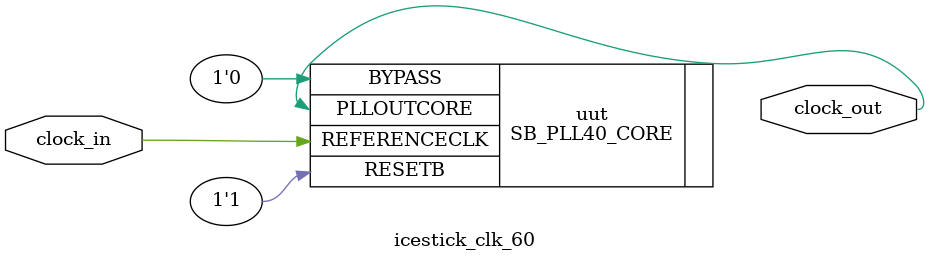
<source format=v>
module icestick_clk_60(     
  input  clock_in,
  output clock_out
);

  SB_PLL40_CORE #(.FEEDBACK_PATH("SIMPLE"),
                  .PLLOUT_SELECT("GENCLK"),
                  .DIVR(4'b0000),
                  .DIVF(7'b1001111), 
                  .DIVQ(3'b100),
                  .FILTER_RANGE(3'b001),
                 ) uut (
                         .REFERENCECLK(clock_in),
                         .PLLOUTCORE(clock_out),
                         .RESETB(1'b1),
                         .BYPASS(1'b0)
                        );

endmodule

</source>
